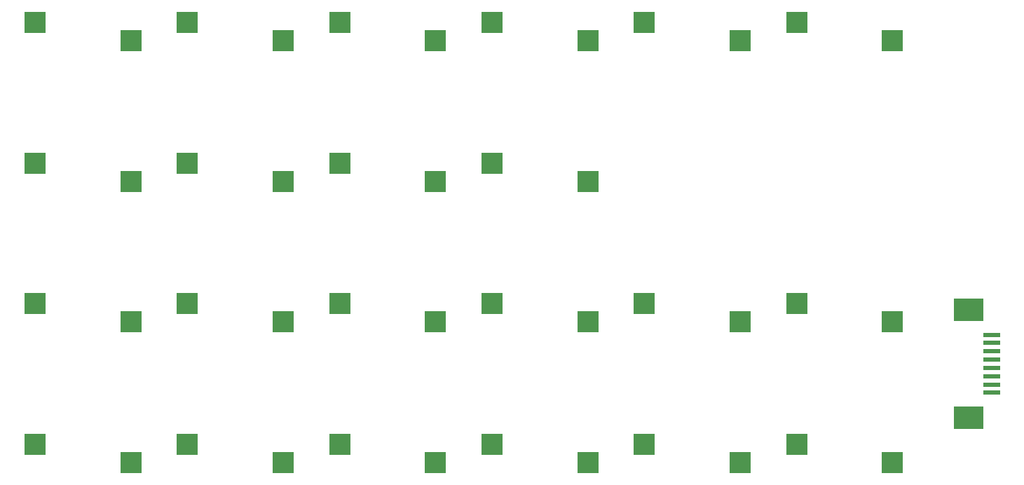
<source format=gbr>
%TF.GenerationSoftware,KiCad,Pcbnew,(6.0.4)*%
%TF.CreationDate,2024-05-03T15:52:29-07:00*%
%TF.ProjectId,left_ortholinear,6c656674-5f6f-4727-9468-6f6c696e6561,v1.0.0*%
%TF.SameCoordinates,Original*%
%TF.FileFunction,Paste,Bot*%
%TF.FilePolarity,Positive*%
%FSLAX46Y46*%
G04 Gerber Fmt 4.6, Leading zero omitted, Abs format (unit mm)*
G04 Created by KiCad (PCBNEW (6.0.4)) date 2024-05-03 15:52:29*
%MOMM*%
%LPD*%
G01*
G04 APERTURE LIST*
%ADD10R,2.600000X2.600000*%
%ADD11R,2.000000X0.610000*%
%ADD12R,3.600000X2.680000*%
G04 APERTURE END LIST*
D10*
%TO.C,S20*%
X216325000Y-134150000D03*
X227875000Y-136350000D03*
%TD*%
%TO.C,S14*%
X179525000Y-100150000D03*
X191075000Y-102350000D03*
%TD*%
%TO.C,S13*%
X179525000Y-117150000D03*
X191075000Y-119350000D03*
%TD*%
%TO.C,S19*%
X216325000Y-151150000D03*
X227875000Y-153350000D03*
%TD*%
%TO.C,S15*%
X197925000Y-151150000D03*
X209475000Y-153350000D03*
%TD*%
%TO.C,S5*%
X142725000Y-117150000D03*
X154275000Y-119350000D03*
%TD*%
%TO.C,S17*%
X197925000Y-117150000D03*
X209475000Y-119350000D03*
%TD*%
%TO.C,S18*%
X197925000Y-100150000D03*
X209475000Y-102350000D03*
%TD*%
%TO.C,S22*%
X234725000Y-151150000D03*
X246275000Y-153350000D03*
%TD*%
%TO.C,S4*%
X142725000Y-134150000D03*
X154275000Y-136350000D03*
%TD*%
%TO.C,S12*%
X179525000Y-134150000D03*
X191075000Y-136350000D03*
%TD*%
%TO.C,S16*%
X197925000Y-134150000D03*
X209475000Y-136350000D03*
%TD*%
%TO.C,S10*%
X161125000Y-100150000D03*
X172675000Y-102350000D03*
%TD*%
%TO.C,S11*%
X179525000Y-151150000D03*
X191075000Y-153350000D03*
%TD*%
%TO.C,S7*%
X161125000Y-151150000D03*
X172675000Y-153350000D03*
%TD*%
%TO.C,S24*%
X234725000Y-100150000D03*
X246275000Y-102350000D03*
%TD*%
%TO.C,S23*%
X234725000Y-134150000D03*
X246275000Y-136350000D03*
%TD*%
%TO.C,S8*%
X161125000Y-134150000D03*
X172675000Y-136350000D03*
%TD*%
%TO.C,S9*%
X161125000Y-117150000D03*
X172675000Y-119350000D03*
%TD*%
%TO.C,S21*%
X216325000Y-100150000D03*
X227875000Y-102350000D03*
%TD*%
%TO.C,S3*%
X142725000Y-151150000D03*
X154275000Y-153350000D03*
%TD*%
%TO.C,S6*%
X142725000Y-100150000D03*
X154275000Y-102350000D03*
%TD*%
D11*
%TO.C,*%
X258250000Y-144900000D03*
X258250000Y-143900000D03*
X258250000Y-142900000D03*
X258250000Y-141900000D03*
X258250000Y-140900000D03*
X258250000Y-139900000D03*
X258250000Y-138900000D03*
X258250000Y-137900000D03*
D12*
X255450000Y-147890000D03*
X255450000Y-134910000D03*
%TD*%
M02*

</source>
